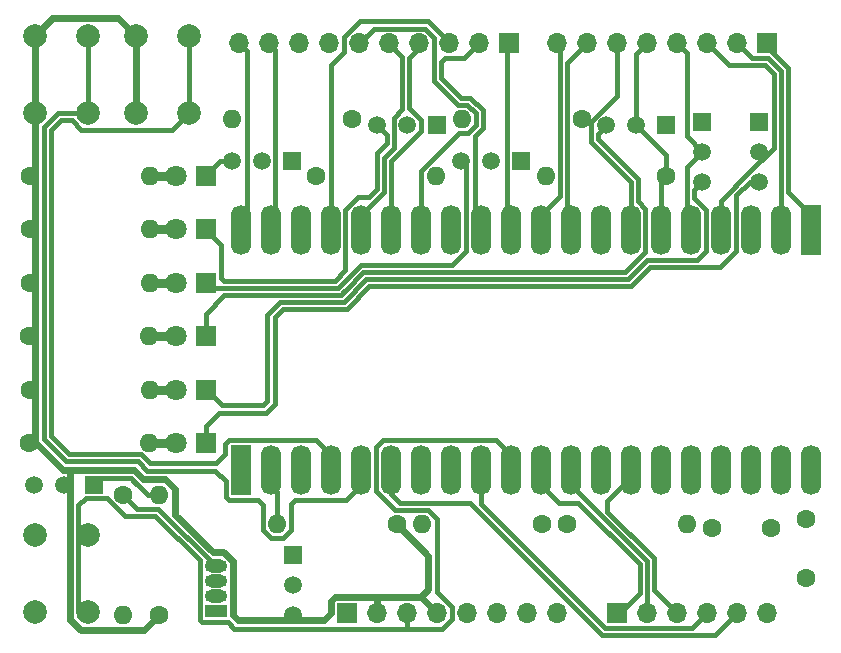
<source format=gbr>
%TF.GenerationSoftware,KiCad,Pcbnew,7.0.7*%
%TF.CreationDate,2023-09-12T10:17:06+02:00*%
%TF.ProjectId,Pico_Adapter,5069636f-5f41-4646-9170-7465722e6b69,V1.0*%
%TF.SameCoordinates,Original*%
%TF.FileFunction,Copper,L2,Bot*%
%TF.FilePolarity,Positive*%
%FSLAX46Y46*%
G04 Gerber Fmt 4.6, Leading zero omitted, Abs format (unit mm)*
G04 Created by KiCad (PCBNEW 7.0.7) date 2023-09-12 10:17:06*
%MOMM*%
%LPD*%
G01*
G04 APERTURE LIST*
%TA.AperFunction,ComponentPad*%
%ADD10R,1.900000X1.140000*%
%TD*%
%TA.AperFunction,ComponentPad*%
%ADD11O,1.900000X1.140000*%
%TD*%
%TA.AperFunction,ComponentPad*%
%ADD12R,1.500000X1.500000*%
%TD*%
%TA.AperFunction,ComponentPad*%
%ADD13C,1.500000*%
%TD*%
%TA.AperFunction,ComponentPad*%
%ADD14R,1.800000X1.800000*%
%TD*%
%TA.AperFunction,ComponentPad*%
%ADD15C,1.800000*%
%TD*%
%TA.AperFunction,ComponentPad*%
%ADD16R,1.700000X1.700000*%
%TD*%
%TA.AperFunction,ComponentPad*%
%ADD17O,1.700000X1.700000*%
%TD*%
%TA.AperFunction,ComponentPad*%
%ADD18C,1.600000*%
%TD*%
%TA.AperFunction,ComponentPad*%
%ADD19O,1.600000X1.600000*%
%TD*%
%TA.AperFunction,SMDPad,CuDef*%
%ADD20R,1.700000X4.240000*%
%TD*%
%TA.AperFunction,ComponentPad*%
%ADD21C,1.700000*%
%TD*%
%TA.AperFunction,SMDPad,CuDef*%
%ADD22O,1.700000X4.240000*%
%TD*%
%TA.AperFunction,ComponentPad*%
%ADD23C,2.000000*%
%TD*%
%TA.AperFunction,ViaPad*%
%ADD24C,0.600000*%
%TD*%
%TA.AperFunction,Conductor*%
%ADD25C,0.400000*%
%TD*%
%TA.AperFunction,Conductor*%
%ADD26C,0.600000*%
%TD*%
%TA.AperFunction,Conductor*%
%ADD27C,0.800000*%
%TD*%
G04 APERTURE END LIST*
D10*
%TO.P,P1,1,DOUT*%
%TO.N,unconnected-(P1-DOUT-Pad1)*%
X95886000Y-155604400D03*
D11*
%TO.P,P1,2,GND*%
%TO.N,GND*%
X95886000Y-154334400D03*
%TO.P,P1,3,VDD*%
%TO.N,Net-(JP1-C)*%
X95886000Y-153064400D03*
%TO.P,P1,4,DIN*%
%TO.N,Net-(JP2-B)*%
X95886000Y-151794400D03*
%TD*%
D12*
%TO.P,B1,1,GND*%
%TO.N,GND*%
X102433800Y-150825200D03*
D13*
%TO.P,B1,2,DQ*%
%TO.N,GP17*%
X102433800Y-153365200D03*
%TO.P,B1,3,V_{DD}*%
%TO.N,+3V3*%
X102433800Y-155905200D03*
%TD*%
D12*
%TO.P,Q5,1,S*%
%TO.N,GND*%
X121768600Y-117504400D03*
D13*
%TO.P,Q5,2,G*%
%TO.N,GP5*%
X119228600Y-117504400D03*
%TO.P,Q5,3,D*%
%TO.N,Net-(P5-K)*%
X116688600Y-117504400D03*
%TD*%
D14*
%TO.P,P5,1,K*%
%TO.N,Net-(P5-K)*%
X95052800Y-127791400D03*
D15*
%TO.P,P5,2,A*%
%TO.N,Net-(P5-A)*%
X92512800Y-127791400D03*
%TD*%
D16*
%TO.P,X5,1,Pin_1*%
%TO.N,GP26*%
X129869600Y-155769400D03*
D17*
%TO.P,X5,2,Pin_2*%
%TO.N,GP27*%
X132409600Y-155769400D03*
%TO.P,X5,3,Pin_3*%
%TO.N,GP28*%
X134949600Y-155769400D03*
%TO.P,X5,4,Pin_4*%
%TO.N,GP22*%
X137489600Y-155769400D03*
%TO.P,X5,5,Pin_5*%
%TO.N,GP20*%
X140029600Y-155769400D03*
%TO.P,X5,6,Pin_6*%
%TO.N,GP21*%
X142569600Y-155769400D03*
%TD*%
D18*
%TO.P,R3,1*%
%TO.N,GP3*%
X123521200Y-148238400D03*
D19*
%TO.P,R3,2*%
%TO.N,GND*%
X113361200Y-148238400D03*
%TD*%
D12*
%TO.P,Q1,1,S*%
%TO.N,GP16*%
X85573600Y-144885600D03*
D13*
%TO.P,Q1,2,G*%
%TO.N,+3V3*%
X83033600Y-144885600D03*
%TO.P,Q1,3,D*%
%TO.N,Net-(JP2-B)*%
X80493600Y-144885600D03*
%TD*%
D18*
%TO.P,R13,1*%
%TO.N,+3V3*%
X80138000Y-118723600D03*
D19*
%TO.P,R13,2*%
%TO.N,Net-(P7-A)*%
X90298000Y-118723600D03*
%TD*%
D18*
%TO.P,R9,1*%
%TO.N,+3V3*%
X91109800Y-155905200D03*
D19*
%TO.P,R9,2*%
%TO.N,GP16*%
X91109800Y-145745200D03*
%TD*%
D16*
%TO.P,X2,1,Pin_1*%
%TO.N,GP16*%
X98018600Y-144931900D03*
D20*
X98018600Y-143661900D03*
D16*
X98018600Y-142391900D03*
D21*
%TO.P,X2,2,Pin_2*%
%TO.N,GP17*%
X100558600Y-144931900D03*
D22*
X100558600Y-143661900D03*
D21*
X100558600Y-142391900D03*
%TO.P,X2,3,Pin_3*%
%TO.N,GND*%
X103098600Y-144931900D03*
D22*
X103098600Y-143661900D03*
D21*
X103098600Y-142391900D03*
%TO.P,X2,4,Pin_4*%
%TO.N,GP18*%
X105638600Y-144931900D03*
D22*
X105638600Y-143661900D03*
D21*
X105638600Y-142391900D03*
%TO.P,X2,5,Pin_5*%
%TO.N,GP19*%
X108178600Y-144931900D03*
D22*
X108178600Y-143661900D03*
D21*
X108178600Y-142391900D03*
%TO.P,X2,6,Pin_6*%
%TO.N,GP20*%
X110718600Y-144931900D03*
D22*
X110718600Y-143661900D03*
D21*
X110718600Y-142391900D03*
%TO.P,X2,7,Pin_7*%
%TO.N,GP21*%
X113258600Y-144931900D03*
D22*
X113258600Y-143661900D03*
D21*
X113258600Y-142391900D03*
%TO.P,X2,8,Pin_8*%
%TO.N,GND*%
X115798600Y-144931900D03*
D22*
X115798600Y-143661900D03*
D21*
X115798600Y-142391900D03*
%TO.P,X2,9,Pin_9*%
%TO.N,GP22*%
X118338600Y-144931900D03*
D22*
X118338600Y-143661900D03*
D21*
X118338600Y-142391900D03*
%TO.P,X2,10,Pin_10*%
%TO.N,RUN*%
X120878600Y-144931900D03*
D22*
X120878600Y-143661900D03*
D21*
X120878600Y-142391900D03*
%TO.P,X2,11,Pin_11*%
%TO.N,GP26*%
X123418600Y-144931900D03*
D22*
X123418600Y-143661900D03*
D21*
X123418600Y-142391900D03*
%TO.P,X2,12,Pin_12*%
%TO.N,GP27*%
X125958600Y-144931900D03*
D22*
X125958600Y-143661900D03*
D21*
X125958600Y-142391900D03*
%TO.P,X2,13,Pin_13*%
%TO.N,GND*%
X128498600Y-144931900D03*
D22*
X128498600Y-143661900D03*
D21*
X128498600Y-142391900D03*
%TO.P,X2,14,Pin_14*%
%TO.N,GP28*%
X131038600Y-144931900D03*
D22*
X131038600Y-143661900D03*
D21*
X131038600Y-142391900D03*
%TO.P,X2,15,Pin_15*%
%TO.N,VREF*%
X133578600Y-144931900D03*
D22*
X133578600Y-143661900D03*
D21*
X133578600Y-142391900D03*
%TO.P,X2,16,Pin_16*%
%TO.N,+3V3*%
X136118600Y-144931900D03*
D22*
X136118600Y-143661900D03*
D21*
X136118600Y-142391900D03*
%TO.P,X2,17,Pin_17*%
%TO.N,unconnected-(X2-Pin_17-Pad17)*%
X138658600Y-144931900D03*
D22*
X138658600Y-143661900D03*
D21*
X138658600Y-142391900D03*
%TO.P,X2,18,Pin_18*%
%TO.N,GND*%
X141198600Y-144931900D03*
D22*
X141198600Y-143661900D03*
D21*
X141198600Y-142391900D03*
%TO.P,X2,19,Pin_19*%
%TO.N,+5V*%
X143738600Y-144931900D03*
D22*
X143738600Y-143661900D03*
D21*
X143738600Y-142391900D03*
%TO.P,X2,20,Pin_20*%
%TO.N,unconnected-(X2-Pin_20-Pad20)*%
X146278600Y-144931900D03*
D22*
X146278600Y-143661900D03*
D21*
X146278600Y-142391900D03*
%TD*%
D14*
%TO.P,P4,1,K*%
%TO.N,Net-(P4-K)*%
X95047800Y-132312600D03*
D15*
%TO.P,P4,2,A*%
%TO.N,Net-(P4-A)*%
X92507800Y-132312600D03*
%TD*%
D14*
%TO.P,P6,1,K*%
%TO.N,Net-(P6-K)*%
X95052800Y-123270200D03*
D15*
%TO.P,P6,2,A*%
%TO.N,Net-(P6-A)*%
X92512800Y-123270200D03*
%TD*%
D18*
%TO.P,C2,1*%
%TO.N,+5V*%
X145846800Y-152802600D03*
%TO.P,C2,2*%
%TO.N,GND*%
X145846800Y-147802600D03*
%TD*%
D23*
%TO.P,SW2,1,A*%
%TO.N,+3V3*%
X89114800Y-113439200D03*
X89114800Y-106939200D03*
%TO.P,SW2,2,B*%
%TO.N,GP18*%
X93614800Y-113439200D03*
X93614800Y-106939200D03*
%TD*%
D18*
%TO.P,R14,1*%
%TO.N,+3V3*%
X80133000Y-132312600D03*
D19*
%TO.P,R14,2*%
%TO.N,Net-(P4-A)*%
X90293000Y-132312600D03*
%TD*%
D18*
%TO.P,R10,1*%
%TO.N,+3V3*%
X80133000Y-141355000D03*
D19*
%TO.P,R10,2*%
%TO.N,Net-(P2-A)*%
X90293000Y-141355000D03*
%TD*%
D18*
%TO.P,R11,1*%
%TO.N,+3V3*%
X80138000Y-127791400D03*
D19*
%TO.P,R11,2*%
%TO.N,Net-(P5-A)*%
X90298000Y-127791400D03*
%TD*%
D18*
%TO.P,R7,1*%
%TO.N,+3V3*%
X111253000Y-148238400D03*
D19*
%TO.P,R7,2*%
%TO.N,GP17*%
X101093000Y-148238400D03*
%TD*%
D18*
%TO.P,R2,1*%
%TO.N,GP2*%
X125654800Y-148238400D03*
D19*
%TO.P,R2,2*%
%TO.N,GND*%
X135814800Y-148238400D03*
%TD*%
D18*
%TO.P,R1,1*%
%TO.N,GP7*%
X107468400Y-113948400D03*
D19*
%TO.P,R1,2*%
%TO.N,GND*%
X97308400Y-113948400D03*
%TD*%
D14*
%TO.P,P7,1,K*%
%TO.N,Net-(P7-K)*%
X95052800Y-118749000D03*
D15*
%TO.P,P7,2,A*%
%TO.N,Net-(P7-A)*%
X92512800Y-118749000D03*
%TD*%
D14*
%TO.P,P2,1,K*%
%TO.N,Net-(P2-K)*%
X95047800Y-141355000D03*
D15*
%TO.P,P2,2,A*%
%TO.N,Net-(P2-A)*%
X92507800Y-141355000D03*
%TD*%
D16*
%TO.P,X6,1,Pin_1*%
%TO.N,GP8*%
X120727800Y-107518400D03*
D17*
%TO.P,X6,2,Pin_2*%
%TO.N,GP9*%
X118187800Y-107518400D03*
%TO.P,X6,3,Pin_3*%
%TO.N,GP13*%
X115647800Y-107518400D03*
%TO.P,X6,4,Pin_4*%
%TO.N,GP11*%
X113107800Y-107518400D03*
%TO.P,X6,5,Pin_5*%
%TO.N,GP12*%
X110567800Y-107518400D03*
%TO.P,X6,6,Pin_6*%
%TO.N,GP10*%
X108027800Y-107518400D03*
%TO.P,X6,7,Pin_7*%
%TO.N,GND*%
X105487800Y-107518400D03*
%TO.P,X6,8,Pin_8*%
%TO.N,VREF*%
X102947800Y-107518400D03*
%TO.P,X6,9,Pin_9*%
%TO.N,GP14*%
X100407800Y-107518400D03*
%TO.P,X6,10,Pin_10*%
%TO.N,GP15*%
X97867800Y-107518400D03*
%TD*%
D16*
%TO.P,X3,1,Pin_1*%
%TO.N,unconnected-(X3-Pin_1-Pad1)*%
X107010600Y-155769400D03*
D17*
%TO.P,X3,2,Pin_2*%
%TO.N,+3V3*%
X109550600Y-155769400D03*
%TO.P,X3,3,Pin_3*%
%TO.N,RUN*%
X112090600Y-155769400D03*
%TO.P,X3,4,Pin_4*%
%TO.N,+3V3*%
X114630600Y-155769400D03*
%TO.P,X3,5,Pin_5*%
%TO.N,+5V*%
X117170600Y-155769400D03*
%TO.P,X3,6,Pin_6*%
%TO.N,GND*%
X119710600Y-155769400D03*
%TO.P,X3,7,Pin_7*%
X122250600Y-155769400D03*
%TO.P,X3,8,Pin_8*%
%TO.N,unconnected-(X3-Pin_8-Pad8)*%
X124790600Y-155769400D03*
%TD*%
D18*
%TO.P,R4,1*%
%TO.N,GP4*%
X134011400Y-118723600D03*
D19*
%TO.P,R4,2*%
%TO.N,GND*%
X123851400Y-118723600D03*
%TD*%
D12*
%TO.P,Q7,1,S*%
%TO.N,GND*%
X102337600Y-117500000D03*
D13*
%TO.P,Q7,2,G*%
%TO.N,GP7*%
X99797600Y-117500000D03*
%TO.P,Q7,3,D*%
%TO.N,Net-(P7-K)*%
X97257600Y-117500000D03*
%TD*%
D23*
%TO.P,SW1,1,A*%
%TO.N,RUN*%
X85080400Y-149154000D03*
X85080400Y-155654000D03*
%TO.P,SW1,2,B*%
%TO.N,GND*%
X80580400Y-149154000D03*
X80580400Y-155654000D03*
%TD*%
D18*
%TO.P,R12,1*%
%TO.N,+3V3*%
X80138000Y-136833800D03*
D19*
%TO.P,R12,2*%
%TO.N,Net-(P3-A)*%
X90298000Y-136833800D03*
%TD*%
D16*
%TO.P,X1,1,Pin_1*%
%TO.N,GP0*%
X146278600Y-122072400D03*
D20*
X146278600Y-123342400D03*
D16*
X146278600Y-124612400D03*
D21*
%TO.P,X1,2,Pin_2*%
%TO.N,GP1*%
X143738600Y-122072400D03*
D22*
X143738600Y-123342400D03*
D21*
X143738600Y-124612400D03*
%TO.P,X1,3,Pin_3*%
%TO.N,GND*%
X141198600Y-122072400D03*
D22*
X141198600Y-123342400D03*
D21*
X141198600Y-124612400D03*
%TO.P,X1,4,Pin_4*%
%TO.N,GP2*%
X138658600Y-122072400D03*
D22*
X138658600Y-123342400D03*
D21*
X138658600Y-124612400D03*
%TO.P,X1,5,Pin_5*%
%TO.N,GP3*%
X136118600Y-122072400D03*
D22*
X136118600Y-123342400D03*
D21*
X136118600Y-124612400D03*
%TO.P,X1,6,Pin_6*%
%TO.N,GP4*%
X133578600Y-122072400D03*
D22*
X133578600Y-123342400D03*
D21*
X133578600Y-124612400D03*
%TO.P,X1,7,Pin_7*%
%TO.N,GP5*%
X131038600Y-122072400D03*
D22*
X131038600Y-123342400D03*
D21*
X131038600Y-124612400D03*
%TO.P,X1,8,Pin_8*%
%TO.N,GND*%
X128498600Y-122072400D03*
D22*
X128498600Y-123342400D03*
D21*
X128498600Y-124612400D03*
%TO.P,X1,9,Pin_9*%
%TO.N,GP6*%
X125958600Y-122072400D03*
D22*
X125958600Y-123342400D03*
D21*
X125958600Y-124612400D03*
%TO.P,X1,10,Pin_10*%
%TO.N,GP7*%
X123418600Y-122072400D03*
D22*
X123418600Y-123342400D03*
D21*
X123418600Y-124612400D03*
%TO.P,X1,11,Pin_11*%
%TO.N,GP8*%
X120878600Y-122072400D03*
D22*
X120878600Y-123342400D03*
D21*
X120878600Y-124612400D03*
%TO.P,X1,12,Pin_12*%
%TO.N,GP9*%
X118338600Y-122072400D03*
D22*
X118338600Y-123342400D03*
D21*
X118338600Y-124612400D03*
%TO.P,X1,13,Pin_13*%
%TO.N,GND*%
X115798600Y-122072400D03*
D22*
X115798600Y-123342400D03*
D21*
X115798600Y-124612400D03*
%TO.P,X1,14,Pin_14*%
%TO.N,GP10*%
X113258600Y-122072400D03*
D22*
X113258600Y-123342400D03*
D21*
X113258600Y-124612400D03*
%TO.P,X1,15,Pin_15*%
%TO.N,GP11*%
X110718600Y-122072400D03*
D22*
X110718600Y-123342400D03*
D21*
X110718600Y-124612400D03*
%TO.P,X1,16,Pin_16*%
%TO.N,GP12*%
X108178600Y-122072400D03*
D22*
X108178600Y-123342400D03*
D21*
X108178600Y-124612400D03*
%TO.P,X1,17,Pin_17*%
%TO.N,GP13*%
X105638600Y-122072400D03*
D22*
X105638600Y-123342400D03*
D21*
X105638600Y-124612400D03*
%TO.P,X1,18,Pin_18*%
%TO.N,GND*%
X103098600Y-122072400D03*
D22*
X103098600Y-123342400D03*
D21*
X103098600Y-124612400D03*
%TO.P,X1,19,Pin_19*%
%TO.N,GP14*%
X100558600Y-122072400D03*
D22*
X100558600Y-123342400D03*
D21*
X100558600Y-124612400D03*
%TO.P,X1,20,Pin_20*%
%TO.N,GP15*%
X98018600Y-122072400D03*
D22*
X98018600Y-123342400D03*
D21*
X98018600Y-124612400D03*
%TD*%
D18*
%TO.P,R6,1*%
%TO.N,GP6*%
X104420400Y-118723600D03*
D19*
%TO.P,R6,2*%
%TO.N,GND*%
X114580400Y-118723600D03*
%TD*%
D12*
%TO.P,Q4,1,S*%
%TO.N,GND*%
X134062200Y-114452000D03*
D13*
%TO.P,Q4,2,G*%
%TO.N,GP4*%
X131522200Y-114452000D03*
%TO.P,Q4,3,D*%
%TO.N,Net-(P4-K)*%
X128982200Y-114452000D03*
%TD*%
D18*
%TO.P,R15,1*%
%TO.N,+3V3*%
X80138000Y-123270200D03*
D19*
%TO.P,R15,2*%
%TO.N,Net-(P6-A)*%
X90298000Y-123270200D03*
%TD*%
D18*
%TO.P,C1,1*%
%TO.N,+3V3*%
X137922000Y-148590000D03*
%TO.P,C1,2*%
%TO.N,GND*%
X142922000Y-148590000D03*
%TD*%
D12*
%TO.P,Q6,1,S*%
%TO.N,GND*%
X114656600Y-114456400D03*
D13*
%TO.P,Q6,2,G*%
%TO.N,GP6*%
X112116600Y-114456400D03*
%TO.P,Q6,3,D*%
%TO.N,Net-(P6-K)*%
X109576600Y-114456400D03*
%TD*%
D12*
%TO.P,Q3,1,S*%
%TO.N,GND*%
X137110200Y-114151600D03*
D13*
%TO.P,Q3,2,G*%
%TO.N,GP3*%
X137110200Y-116691600D03*
%TO.P,Q3,3,D*%
%TO.N,Net-(P3-K)*%
X137110200Y-119231600D03*
%TD*%
D18*
%TO.P,R8,1*%
%TO.N,Net-(JP2-B)*%
X88087200Y-145719800D03*
D19*
%TO.P,R8,2*%
%TO.N,Net-(JP1-C)*%
X88087200Y-155879800D03*
%TD*%
D16*
%TO.P,X4,1,Pin_1*%
%TO.N,GP0*%
X142569600Y-107518400D03*
D17*
%TO.P,X4,2,Pin_2*%
%TO.N,GP1*%
X140029600Y-107518400D03*
%TO.P,X4,3,Pin_3*%
%TO.N,GP2*%
X137489600Y-107518400D03*
%TO.P,X4,4,Pin_4*%
%TO.N,GP3*%
X134949600Y-107518400D03*
%TO.P,X4,5,Pin_5*%
%TO.N,GP4*%
X132409600Y-107518400D03*
%TO.P,X4,6,Pin_6*%
%TO.N,GP5*%
X129869600Y-107518400D03*
%TO.P,X4,7,Pin_7*%
%TO.N,GP6*%
X127329600Y-107518400D03*
%TO.P,X4,8,Pin_8*%
%TO.N,GP7*%
X124789600Y-107518400D03*
%TD*%
D14*
%TO.P,P3,1,K*%
%TO.N,Net-(P3-K)*%
X95052800Y-136833800D03*
D15*
%TO.P,P3,2,A*%
%TO.N,Net-(P3-A)*%
X92512800Y-136833800D03*
%TD*%
D23*
%TO.P,SW3,1,A*%
%TO.N,+3V3*%
X80580400Y-113413800D03*
X80580400Y-106913800D03*
%TO.P,SW3,2,B*%
%TO.N,GP19*%
X85080400Y-113413800D03*
X85080400Y-106913800D03*
%TD*%
D18*
%TO.P,R5,1*%
%TO.N,GP5*%
X126899400Y-113948400D03*
D19*
%TO.P,R5,2*%
%TO.N,GND*%
X116739400Y-113948400D03*
%TD*%
D12*
%TO.P,Q2,1,S*%
%TO.N,GND*%
X141885400Y-114151600D03*
D13*
%TO.P,Q2,2,G*%
%TO.N,GP2*%
X141885400Y-116691600D03*
%TO.P,Q2,3,D*%
%TO.N,Net-(P2-K)*%
X141885400Y-119231600D03*
%TD*%
D24*
%TO.N,+3V3*%
X92494775Y-147040600D03*
%TD*%
D25*
%TO.N,GP0*%
X144338600Y-120132400D02*
X146278600Y-122072400D01*
X142569600Y-107825400D02*
X144338600Y-109594400D01*
X142569600Y-107518400D02*
X142569600Y-107825400D01*
X144338600Y-109594400D02*
X144338600Y-120132400D01*
%TO.N,GP1*%
X143738600Y-109858000D02*
X142649000Y-108768400D01*
X143738600Y-122072400D02*
X143738600Y-109858000D01*
X142649000Y-108768400D02*
X141279600Y-108768400D01*
X141279600Y-108768400D02*
X140029600Y-107518400D01*
D26*
%TO.N,GND*%
X96470200Y-154385200D02*
X95886000Y-154385200D01*
D25*
%TO.N,GP2*%
X138658600Y-120832054D02*
X138658600Y-122072400D01*
X141885400Y-117605254D02*
X141148427Y-118342227D01*
X141148427Y-118342227D02*
X138658600Y-120832054D01*
X142400472Y-109368400D02*
X143138600Y-110106528D01*
X143138600Y-110106528D02*
X143138600Y-116352054D01*
X137489600Y-107518400D02*
X139339600Y-109368400D01*
X143138600Y-116352054D02*
X141148427Y-118342227D01*
X139339600Y-109368400D02*
X142400472Y-109368400D01*
%TO.N,GP3*%
X135786800Y-114558000D02*
X135786800Y-108355600D01*
X136118600Y-122072400D02*
X135786800Y-121740600D01*
X135786800Y-121740600D02*
X135786800Y-119231600D01*
X137110200Y-116691600D02*
X135786800Y-118015000D01*
X135786800Y-118015000D02*
X135786800Y-119231600D01*
X135786800Y-117989600D02*
X137084800Y-116691600D01*
X135786800Y-108355600D02*
X134949600Y-107518400D01*
X135786800Y-119231600D02*
X135786800Y-117989600D01*
X135786800Y-115393600D02*
X135786800Y-114558000D01*
X137084800Y-116691600D02*
X135786800Y-115393600D01*
%TO.N,GP4*%
X133578600Y-119131000D02*
X133986000Y-118723600D01*
X133578600Y-122072400D02*
X133578600Y-119131000D01*
X131496800Y-108431200D02*
X132409600Y-107518400D01*
X133986000Y-116941200D02*
X131496800Y-114452000D01*
X133986000Y-118723600D02*
X133986000Y-116941200D01*
X131496800Y-114452000D02*
X131496800Y-108431200D01*
%TO.N,GP5*%
X127636000Y-114171854D02*
X129869600Y-111938254D01*
X131038600Y-119244370D02*
X127636000Y-115841770D01*
X131038600Y-122072400D02*
X131038600Y-119244370D01*
X129869600Y-111938254D02*
X129869600Y-107518400D01*
X127636000Y-115841770D02*
X127636000Y-114171854D01*
%TO.N,GP6*%
X127329600Y-107518400D02*
X125674000Y-109174000D01*
X125674000Y-121787800D02*
X125958600Y-122072400D01*
X125674000Y-109174000D02*
X125674000Y-121787800D01*
%TO.N,GP7*%
X125074000Y-107802800D02*
X124789600Y-107518400D01*
X123418600Y-122072400D02*
X125074000Y-120417000D01*
X125074000Y-120417000D02*
X125074000Y-107802800D01*
X123418600Y-122072400D02*
X123418600Y-121676585D01*
%TO.N,GP8*%
X120593200Y-121787000D02*
X120593200Y-107653000D01*
X120878600Y-122072400D02*
X120593200Y-121787000D01*
X120593200Y-107653000D02*
X120727800Y-107518400D01*
%TO.N,GP9*%
X117838600Y-115394784D02*
X117838600Y-121572400D01*
X114997800Y-110443872D02*
X116683128Y-112129200D01*
X116937800Y-108768400D02*
X115340800Y-108768400D01*
X118539400Y-114693985D02*
X117838600Y-115394784D01*
X116683128Y-112129200D02*
X117465785Y-112129200D01*
X118539400Y-113202815D02*
X118539400Y-114693985D01*
X117465785Y-112129200D02*
X118539400Y-113202815D01*
X117838600Y-121572400D02*
X118338600Y-122072400D01*
X114997800Y-109111400D02*
X114997800Y-110443872D01*
X118187800Y-107518400D02*
X116937800Y-108768400D01*
X115340800Y-108768400D02*
X114997800Y-109111400D01*
%TO.N,GP10*%
X113625567Y-106268400D02*
X109277800Y-106268400D01*
X109277800Y-106268400D02*
X108027800Y-107518400D01*
X113258600Y-118348343D02*
X116458543Y-115148400D01*
X114397800Y-110692400D02*
X114397800Y-107040633D01*
X117236456Y-115148400D02*
X117939400Y-114445457D01*
X117217257Y-112729200D02*
X116434600Y-112729200D01*
X117939400Y-114445457D02*
X117939400Y-113451343D01*
X114397800Y-107040633D02*
X113625567Y-106268400D01*
X113258600Y-122072400D02*
X113258600Y-118348343D01*
X117939400Y-113451343D02*
X117217257Y-112729200D01*
X116458543Y-115148400D02*
X117236456Y-115148400D01*
X113721546Y-122072400D02*
X113258600Y-122072400D01*
X116434600Y-112729200D02*
X114397800Y-110692400D01*
%TO.N,GP11*%
X113107800Y-107953400D02*
X113107800Y-107518400D01*
X112294400Y-108766800D02*
X113107800Y-107953400D01*
X110718600Y-117480746D02*
X113266600Y-114932746D01*
X112294400Y-112703800D02*
X112294400Y-108766800D01*
X113266600Y-113980054D02*
X112294400Y-113007854D01*
X112294400Y-113007854D02*
X112294400Y-112703800D01*
X110718600Y-122072400D02*
X110718600Y-117480746D01*
X113266600Y-114932746D02*
X113266600Y-113980054D01*
%TO.N,GP12*%
X110966600Y-116384218D02*
X110118600Y-117232218D01*
X110567800Y-107518400D02*
X111694400Y-108645000D01*
X111694400Y-113093600D02*
X110966600Y-113821400D01*
X110118600Y-117232218D02*
X110118600Y-120132400D01*
X110966600Y-113821400D02*
X110966600Y-116384218D01*
X111694400Y-108645000D02*
X111694400Y-113093600D01*
X110118600Y-120132400D02*
X108178600Y-122072400D01*
%TO.N,GP13*%
X105638600Y-109352000D02*
X106757200Y-108233400D01*
X105638600Y-122072400D02*
X105638600Y-109352000D01*
X106757200Y-108233400D02*
X106757200Y-107021233D01*
X108110433Y-105668000D02*
X113873695Y-105668000D01*
X113873695Y-105668000D02*
X115647800Y-107442105D01*
X115647800Y-107442105D02*
X115647800Y-107518400D01*
X106757200Y-107021233D02*
X108110433Y-105668000D01*
%TO.N,GP14*%
X100558600Y-122072400D02*
X100947600Y-121683400D01*
X100947600Y-108058200D02*
X100407800Y-107518400D01*
X100947600Y-121683400D02*
X100947600Y-108058200D01*
%TO.N,GP15*%
X98508400Y-121582600D02*
X98508400Y-108159000D01*
X98018600Y-122072400D02*
X98508400Y-121582600D01*
X98508400Y-108159000D02*
X97867800Y-107518400D01*
%TO.N,GP16*%
X86123600Y-144335600D02*
X85573600Y-144885600D01*
X89507686Y-145112114D02*
X88936186Y-144540614D01*
X91109800Y-145745200D02*
X90140772Y-145745200D01*
X85918586Y-144540614D02*
X85573600Y-144885600D01*
X88731172Y-144335600D02*
X86123600Y-144335600D01*
X89507686Y-145112114D02*
X88731172Y-144335600D01*
X90140772Y-145745200D02*
X89507686Y-145112114D01*
%TO.N,GP17*%
X101093000Y-145466300D02*
X100558600Y-144931900D01*
X101093000Y-148238400D02*
X101093000Y-145466300D01*
%TO.N,GP18*%
X82808827Y-114013800D02*
X81938000Y-114884627D01*
X92214800Y-114839200D02*
X84525901Y-114839200D01*
X83700501Y-114013800D02*
X82808827Y-114013800D01*
X83485328Y-142292728D02*
X89536928Y-142292728D01*
X81938000Y-140745400D02*
X83485328Y-142292728D01*
X96673400Y-142329400D02*
X96673400Y-141456600D01*
X95915000Y-143087800D02*
X96673400Y-142329400D01*
X93614800Y-113439200D02*
X92214800Y-114839200D01*
X96673400Y-141456600D02*
X96988100Y-141141900D01*
X90332000Y-143087800D02*
X95915000Y-143087800D01*
X96988100Y-141141900D02*
X104388600Y-141141900D01*
X104388600Y-141141900D02*
X105638600Y-142391900D01*
X89536928Y-142292728D02*
X90332000Y-143087800D01*
X93614800Y-106939200D02*
X93614800Y-113439200D01*
X81938000Y-114884627D02*
X81938000Y-140745400D01*
X84525901Y-114839200D02*
X83700501Y-114013800D01*
%TO.N,GP19*%
X100585000Y-149438400D02*
X101620200Y-149438400D01*
X90083472Y-143687800D02*
X95856600Y-143687800D01*
X102616100Y-146181900D02*
X106928600Y-146181900D01*
X106928600Y-146181900D02*
X108178600Y-144931900D01*
X89288400Y-142892728D02*
X90083472Y-143687800D01*
X102293000Y-148765600D02*
X102293000Y-146505000D01*
X81338000Y-140993928D02*
X83236800Y-142892728D01*
X85080400Y-106913800D02*
X85080400Y-113413800D01*
X99893000Y-148746400D02*
X100585000Y-149438400D01*
X99893000Y-146593600D02*
X99893000Y-148746400D01*
X85080400Y-113413800D02*
X82560299Y-113413800D01*
X95856600Y-143687800D02*
X96768600Y-144599800D01*
X101620200Y-149438400D02*
X102293000Y-148765600D01*
X82560299Y-113413800D02*
X81338000Y-114636099D01*
X97003600Y-146181900D02*
X99493700Y-146181900D01*
X99899200Y-146587400D02*
X99893000Y-146593600D01*
X102293000Y-146505000D02*
X102616100Y-146181900D01*
X96768600Y-145946900D02*
X97003600Y-146181900D01*
X83236800Y-142892728D02*
X89288400Y-142892728D01*
X96768600Y-144599800D02*
X96768600Y-145946900D01*
X81338000Y-114636099D02*
X81338000Y-140993928D01*
X99493700Y-146181900D02*
X99899200Y-146587400D01*
%TO.N,GP20*%
X140029600Y-155769400D02*
X138179600Y-157619400D01*
X110718600Y-144931900D02*
X110718600Y-145675400D01*
X138179600Y-157619400D02*
X129566400Y-157619400D01*
X128573872Y-157619400D02*
X129566400Y-157619400D01*
X111481600Y-146438400D02*
X117392872Y-146438400D01*
X117392872Y-146438400D02*
X128573872Y-157619400D01*
X110718600Y-145675400D02*
X111481600Y-146438400D01*
%TO.N,GP22*%
X118338600Y-144931900D02*
X118338600Y-146181000D01*
X136239600Y-157019400D02*
X128822400Y-157019400D01*
X128822400Y-157019400D02*
X118338600Y-146535600D01*
X137489600Y-155769400D02*
X136239600Y-157019400D01*
X118338600Y-146535600D02*
X118338600Y-146181000D01*
%TO.N,RUN*%
X115880600Y-156287167D02*
X115880600Y-155251633D01*
X88187143Y-147545200D02*
X90788272Y-147545200D01*
X94536000Y-151292928D02*
X94536000Y-156348400D01*
X84880800Y-146035600D02*
X86677543Y-146035600D01*
X115880600Y-155251633D02*
X114605800Y-153976833D01*
X94536000Y-156348400D02*
X94742000Y-156554400D01*
X113858257Y-147038400D02*
X111057333Y-147038400D01*
X97468450Y-157084600D02*
X112091200Y-157084600D01*
X111057333Y-147038400D02*
X109468600Y-145449667D01*
X112091200Y-157084600D02*
X115083167Y-157084600D01*
X90788272Y-147545200D02*
X94536000Y-151292928D01*
X114605800Y-153976833D02*
X114605800Y-147785943D01*
X86677543Y-146035600D02*
X88187143Y-147545200D01*
X109468600Y-141707100D02*
X110033800Y-141141900D01*
X109468600Y-145449667D02*
X109468600Y-141707100D01*
X114605800Y-147785943D02*
X113858257Y-147038400D01*
X96938250Y-156554400D02*
X97468450Y-157084600D01*
X84280400Y-146636000D02*
X84880800Y-146035600D01*
X112090600Y-157084000D02*
X112091200Y-157084600D01*
X84302400Y-155654000D02*
X84280400Y-155632000D01*
X94742000Y-156554400D02*
X96938250Y-156554400D01*
X110033800Y-141141900D02*
X119628600Y-141141900D01*
X112090600Y-155769400D02*
X112090600Y-157084000D01*
X115083167Y-157084600D02*
X115880600Y-156287167D01*
X84280400Y-155632000D02*
X84280400Y-146636000D01*
X85080400Y-155654000D02*
X84302400Y-155654000D01*
X119628600Y-141141900D02*
X120878600Y-142391900D01*
%TO.N,GP26*%
X131809600Y-154097800D02*
X131809600Y-151631428D01*
X130138000Y-155769400D02*
X131809600Y-154097800D01*
X131809600Y-151631428D02*
X126616586Y-146438414D01*
X124925114Y-146438414D02*
X123418600Y-144931900D01*
X129869600Y-155769400D02*
X130138000Y-155769400D01*
X126616586Y-146438414D02*
X124925114Y-146438414D01*
%TO.N,GP27*%
X132409600Y-155769400D02*
X132409600Y-151382900D01*
X132409600Y-151382900D02*
X125958600Y-144931900D01*
%TO.N,GP28*%
X133009600Y-153829400D02*
X133009600Y-151134372D01*
X134949600Y-155769400D02*
X133009600Y-153829400D01*
X133009600Y-151134372D02*
X129033000Y-147157772D01*
X130383700Y-144931900D02*
X131038600Y-144931900D01*
X129033000Y-147157772D02*
X129033000Y-146282600D01*
X129033000Y-146282600D02*
X130383700Y-144931900D01*
D26*
%TO.N,+3V3*%
X92494775Y-145291697D02*
X91590878Y-144387800D01*
X105037200Y-156384600D02*
X97758400Y-156384600D01*
X96526649Y-150550125D02*
X95631675Y-150550125D01*
X84456600Y-157205200D02*
X83580400Y-156329000D01*
X83580400Y-156329000D02*
X83580400Y-143825400D01*
X113252400Y-154391200D02*
X114630600Y-155769400D01*
X80638000Y-141283877D02*
X80638000Y-106971400D01*
X82989723Y-143635600D02*
X80638000Y-141283877D01*
X105660600Y-154700400D02*
X105660600Y-155761200D01*
X113905800Y-150891200D02*
X111253000Y-148238400D01*
X109525800Y-154391200D02*
X111862600Y-154391200D01*
X113905800Y-152505600D02*
X113905800Y-150891200D01*
X89021122Y-143635600D02*
X82989723Y-143635600D01*
X82080400Y-105413800D02*
X87589400Y-105413800D01*
X89773322Y-144387800D02*
X89021122Y-143635600D01*
X92494775Y-147413225D02*
X92494775Y-147040600D01*
X80580400Y-106913800D02*
X82080400Y-105413800D01*
X97336000Y-151359476D02*
X96526649Y-150550125D01*
X87589400Y-105413800D02*
X89114800Y-106939200D01*
X105660600Y-155761200D02*
X105037200Y-156384600D01*
X113905800Y-153171350D02*
X113905800Y-153737800D01*
X111862600Y-154391200D02*
X112478850Y-154391200D01*
X109550600Y-154416000D02*
X109525800Y-154391200D01*
X91590878Y-144387800D02*
X89773322Y-144387800D01*
X109525800Y-154391200D02*
X105969800Y-154391200D01*
X109550600Y-155769400D02*
X109550600Y-154416000D01*
X113905800Y-153737800D02*
X113252400Y-154391200D01*
X95631675Y-150550125D02*
X92494775Y-147413225D01*
X91109800Y-155905200D02*
X89809800Y-157205200D01*
X92494775Y-147040600D02*
X92494775Y-145291697D01*
X113905800Y-152505600D02*
X113905800Y-153171350D01*
X112685950Y-154391200D02*
X113252400Y-154391200D01*
X97336000Y-155962200D02*
X97336000Y-151359476D01*
X112685950Y-154391200D02*
X111862600Y-154391200D01*
X105969800Y-154391200D02*
X105660600Y-154700400D01*
X97758400Y-156384600D02*
X97336000Y-155962200D01*
X89809800Y-157205200D02*
X84456600Y-157205200D01*
X80638000Y-106971400D02*
X80580400Y-106913800D01*
X89114800Y-106939200D02*
X89114800Y-113439200D01*
D25*
%TO.N,Net-(P2-K)*%
X106979112Y-130023800D02*
X101588728Y-130023800D01*
X100883764Y-130728764D02*
X100883764Y-138069164D01*
X101588728Y-130023800D02*
X100883764Y-130728764D01*
X95047800Y-139943400D02*
X95047800Y-141355000D01*
X100883764Y-138069164D02*
X100172128Y-138780800D01*
X139948600Y-120390582D02*
X139948600Y-125090167D01*
X96210400Y-138780800D02*
X95047800Y-139943400D01*
X139948600Y-125090167D02*
X138576366Y-126462400D01*
X132668656Y-126462400D02*
X131034856Y-128096200D01*
X141107582Y-119231600D02*
X139948600Y-120390582D01*
X141885400Y-119231600D02*
X141107582Y-119231600D01*
X108906712Y-128096200D02*
X106979112Y-130023800D01*
X100172128Y-138780800D02*
X96210400Y-138780800D01*
X131034856Y-128096200D02*
X108906712Y-128096200D01*
X138576366Y-126462400D02*
X132668656Y-126462400D01*
D27*
%TO.N,Net-(P2-A)*%
X90293000Y-141355000D02*
X92507800Y-141355000D01*
D25*
%TO.N,Net-(P3-K)*%
X100283764Y-130480236D02*
X100283764Y-137820636D01*
X99923600Y-138180800D02*
X96399800Y-138180800D01*
X130786328Y-127496200D02*
X108658184Y-127496200D01*
X96399800Y-138180800D02*
X95052800Y-136833800D01*
X137110200Y-119231600D02*
X136386800Y-119955000D01*
X101340200Y-129423800D02*
X100283764Y-130480236D01*
X136386800Y-119955000D02*
X136386800Y-120572833D01*
X137408600Y-121594633D02*
X137408600Y-125090167D01*
X106730584Y-129423800D02*
X101340200Y-129423800D01*
X136386800Y-120572833D02*
X137408600Y-121594633D01*
X136636367Y-125862400D02*
X132420128Y-125862400D01*
X108658184Y-127496200D02*
X106730584Y-129423800D01*
X132420128Y-125862400D02*
X130786328Y-127496200D01*
X137408600Y-125090167D02*
X136636367Y-125862400D01*
X100283764Y-137820636D02*
X99923600Y-138180800D01*
D27*
%TO.N,Net-(P3-A)*%
X90298000Y-136833800D02*
X92512800Y-136833800D01*
D25*
%TO.N,Net-(P4-K)*%
X132288600Y-125145400D02*
X130537800Y-126896200D01*
X95047800Y-130396400D02*
X96620400Y-128823800D01*
X132288600Y-121554633D02*
X132288600Y-125145400D01*
X108409656Y-126896200D02*
X106896028Y-128409828D01*
X128982200Y-114452000D02*
X128236000Y-115198200D01*
X95047800Y-132312600D02*
X95047800Y-130396400D01*
X130537800Y-126896200D02*
X108409656Y-126896200D01*
X131638600Y-118995842D02*
X131638600Y-120904633D01*
X106482056Y-128823800D02*
X106896028Y-128409828D01*
X131638600Y-120904633D02*
X132288600Y-121554633D01*
X128236000Y-115198200D02*
X128236000Y-115593242D01*
X96620400Y-128823800D02*
X106482056Y-128823800D01*
X106896028Y-128409828D02*
X106692828Y-128613028D01*
X128236000Y-115593242D02*
X131638600Y-118995842D01*
D27*
%TO.N,Net-(P4-A)*%
X90293000Y-132312600D02*
X92507800Y-132312600D01*
D25*
%TO.N,Net-(P5-K)*%
X106233528Y-128223800D02*
X95485200Y-128223800D01*
X108161128Y-126296200D02*
X106233528Y-128223800D01*
X117088600Y-117904400D02*
X117088600Y-125090167D01*
X95485200Y-128223800D02*
X95052800Y-127791400D01*
X115882567Y-126296200D02*
X108161128Y-126296200D01*
X117088600Y-125090167D02*
X115882567Y-126296200D01*
X116688600Y-117504400D02*
X117088600Y-117904400D01*
D27*
%TO.N,Net-(P5-A)*%
X92512800Y-127791400D02*
X90298000Y-127791400D01*
D25*
%TO.N,Net-(P6-K)*%
X96352800Y-127369200D02*
X96607400Y-127623800D01*
X105985000Y-127623800D02*
X106888600Y-126720200D01*
X107938497Y-120544736D02*
X108857736Y-120544736D01*
X95052800Y-123270200D02*
X96352800Y-124570200D01*
X109518600Y-119883872D02*
X109518600Y-116803000D01*
X106888600Y-126720200D02*
X106888600Y-121594633D01*
X109518600Y-116803000D02*
X110366600Y-115955000D01*
X110366600Y-115246400D02*
X109576600Y-114456400D01*
X96352800Y-124570200D02*
X96352800Y-127369200D01*
X96607400Y-127623800D02*
X105985000Y-127623800D01*
X110366600Y-115955000D02*
X110366600Y-115246400D01*
X108857736Y-120544736D02*
X109518600Y-119883872D01*
X106888600Y-121594633D02*
X107938497Y-120544736D01*
D27*
%TO.N,Net-(P6-A)*%
X92512800Y-123270200D02*
X90298000Y-123270200D01*
D25*
%TO.N,Net-(P7-K)*%
X97257600Y-117500000D02*
X96301800Y-117500000D01*
X96301800Y-117500000D02*
X95052800Y-118749000D01*
D27*
%TO.N,Net-(P7-A)*%
X90323400Y-118749000D02*
X90298000Y-118723600D01*
X92512800Y-118749000D02*
X90323400Y-118749000D01*
D25*
%TO.N,Net-(JP2-B)*%
X91036800Y-146945200D02*
X95886000Y-151794400D01*
X88061800Y-145745200D02*
X89261800Y-146945200D01*
X89261800Y-146945200D02*
X91036800Y-146945200D01*
%TD*%
M02*

</source>
